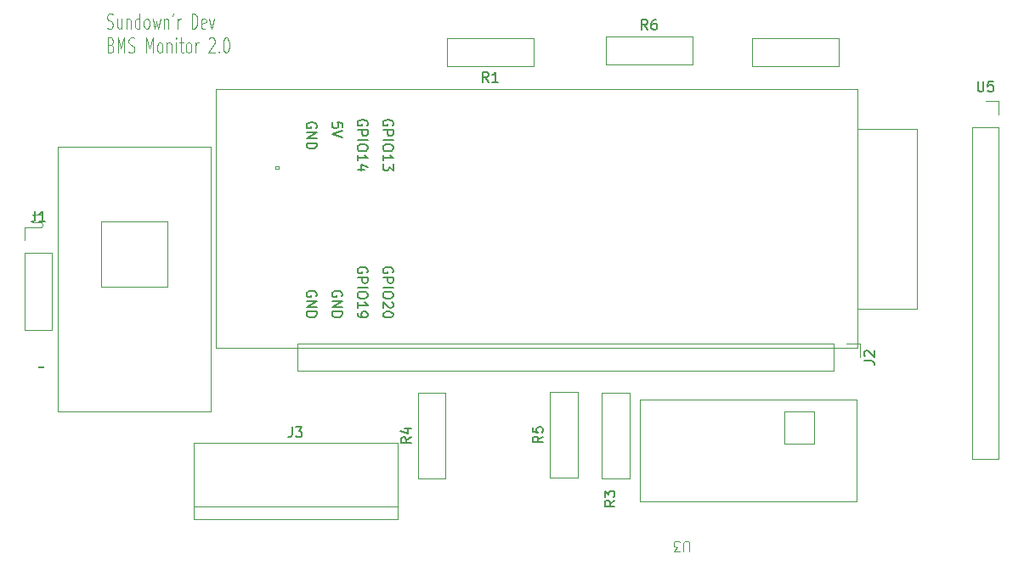
<source format=gbr>
%TF.GenerationSoftware,KiCad,Pcbnew,8.0.5-8.0.5-0~ubuntu24.04.1*%
%TF.CreationDate,2024-10-19T16:32:38+02:00*%
%TF.ProjectId,BmsMonitor,426d734d-6f6e-4697-946f-722e6b696361,rev?*%
%TF.SameCoordinates,Original*%
%TF.FileFunction,Legend,Top*%
%TF.FilePolarity,Positive*%
%FSLAX46Y46*%
G04 Gerber Fmt 4.6, Leading zero omitted, Abs format (unit mm)*
G04 Created by KiCad (PCBNEW 8.0.5-8.0.5-0~ubuntu24.04.1) date 2024-10-19 16:32:38*
%MOMM*%
%LPD*%
G01*
G04 APERTURE LIST*
%ADD10C,0.100000*%
%ADD11C,0.150000*%
%ADD12C,0.120000*%
G04 APERTURE END LIST*
D10*
X106682265Y-66158884D02*
X106825122Y-66230312D01*
X106825122Y-66230312D02*
X107063217Y-66230312D01*
X107063217Y-66230312D02*
X107158455Y-66158884D01*
X107158455Y-66158884D02*
X107206074Y-66087455D01*
X107206074Y-66087455D02*
X107253693Y-65944598D01*
X107253693Y-65944598D02*
X107253693Y-65801741D01*
X107253693Y-65801741D02*
X107206074Y-65658884D01*
X107206074Y-65658884D02*
X107158455Y-65587455D01*
X107158455Y-65587455D02*
X107063217Y-65516026D01*
X107063217Y-65516026D02*
X106872741Y-65444598D01*
X106872741Y-65444598D02*
X106777503Y-65373169D01*
X106777503Y-65373169D02*
X106729884Y-65301741D01*
X106729884Y-65301741D02*
X106682265Y-65158884D01*
X106682265Y-65158884D02*
X106682265Y-65016026D01*
X106682265Y-65016026D02*
X106729884Y-64873169D01*
X106729884Y-64873169D02*
X106777503Y-64801741D01*
X106777503Y-64801741D02*
X106872741Y-64730312D01*
X106872741Y-64730312D02*
X107110836Y-64730312D01*
X107110836Y-64730312D02*
X107253693Y-64801741D01*
X108110836Y-65230312D02*
X108110836Y-66230312D01*
X107682265Y-65230312D02*
X107682265Y-66016026D01*
X107682265Y-66016026D02*
X107729884Y-66158884D01*
X107729884Y-66158884D02*
X107825122Y-66230312D01*
X107825122Y-66230312D02*
X107967979Y-66230312D01*
X107967979Y-66230312D02*
X108063217Y-66158884D01*
X108063217Y-66158884D02*
X108110836Y-66087455D01*
X108587027Y-65230312D02*
X108587027Y-66230312D01*
X108587027Y-65373169D02*
X108634646Y-65301741D01*
X108634646Y-65301741D02*
X108729884Y-65230312D01*
X108729884Y-65230312D02*
X108872741Y-65230312D01*
X108872741Y-65230312D02*
X108967979Y-65301741D01*
X108967979Y-65301741D02*
X109015598Y-65444598D01*
X109015598Y-65444598D02*
X109015598Y-66230312D01*
X109920360Y-66230312D02*
X109920360Y-64730312D01*
X109920360Y-66158884D02*
X109825122Y-66230312D01*
X109825122Y-66230312D02*
X109634646Y-66230312D01*
X109634646Y-66230312D02*
X109539408Y-66158884D01*
X109539408Y-66158884D02*
X109491789Y-66087455D01*
X109491789Y-66087455D02*
X109444170Y-65944598D01*
X109444170Y-65944598D02*
X109444170Y-65516026D01*
X109444170Y-65516026D02*
X109491789Y-65373169D01*
X109491789Y-65373169D02*
X109539408Y-65301741D01*
X109539408Y-65301741D02*
X109634646Y-65230312D01*
X109634646Y-65230312D02*
X109825122Y-65230312D01*
X109825122Y-65230312D02*
X109920360Y-65301741D01*
X110539408Y-66230312D02*
X110444170Y-66158884D01*
X110444170Y-66158884D02*
X110396551Y-66087455D01*
X110396551Y-66087455D02*
X110348932Y-65944598D01*
X110348932Y-65944598D02*
X110348932Y-65516026D01*
X110348932Y-65516026D02*
X110396551Y-65373169D01*
X110396551Y-65373169D02*
X110444170Y-65301741D01*
X110444170Y-65301741D02*
X110539408Y-65230312D01*
X110539408Y-65230312D02*
X110682265Y-65230312D01*
X110682265Y-65230312D02*
X110777503Y-65301741D01*
X110777503Y-65301741D02*
X110825122Y-65373169D01*
X110825122Y-65373169D02*
X110872741Y-65516026D01*
X110872741Y-65516026D02*
X110872741Y-65944598D01*
X110872741Y-65944598D02*
X110825122Y-66087455D01*
X110825122Y-66087455D02*
X110777503Y-66158884D01*
X110777503Y-66158884D02*
X110682265Y-66230312D01*
X110682265Y-66230312D02*
X110539408Y-66230312D01*
X111206075Y-65230312D02*
X111396551Y-66230312D01*
X111396551Y-66230312D02*
X111587027Y-65516026D01*
X111587027Y-65516026D02*
X111777503Y-66230312D01*
X111777503Y-66230312D02*
X111967979Y-65230312D01*
X112348932Y-65230312D02*
X112348932Y-66230312D01*
X112348932Y-65373169D02*
X112396551Y-65301741D01*
X112396551Y-65301741D02*
X112491789Y-65230312D01*
X112491789Y-65230312D02*
X112634646Y-65230312D01*
X112634646Y-65230312D02*
X112729884Y-65301741D01*
X112729884Y-65301741D02*
X112777503Y-65444598D01*
X112777503Y-65444598D02*
X112777503Y-66230312D01*
X113301313Y-64730312D02*
X113206075Y-65016026D01*
X113729884Y-66230312D02*
X113729884Y-65230312D01*
X113729884Y-65516026D02*
X113777503Y-65373169D01*
X113777503Y-65373169D02*
X113825122Y-65301741D01*
X113825122Y-65301741D02*
X113920360Y-65230312D01*
X113920360Y-65230312D02*
X114015598Y-65230312D01*
X115110837Y-66230312D02*
X115110837Y-64730312D01*
X115110837Y-64730312D02*
X115348932Y-64730312D01*
X115348932Y-64730312D02*
X115491789Y-64801741D01*
X115491789Y-64801741D02*
X115587027Y-64944598D01*
X115587027Y-64944598D02*
X115634646Y-65087455D01*
X115634646Y-65087455D02*
X115682265Y-65373169D01*
X115682265Y-65373169D02*
X115682265Y-65587455D01*
X115682265Y-65587455D02*
X115634646Y-65873169D01*
X115634646Y-65873169D02*
X115587027Y-66016026D01*
X115587027Y-66016026D02*
X115491789Y-66158884D01*
X115491789Y-66158884D02*
X115348932Y-66230312D01*
X115348932Y-66230312D02*
X115110837Y-66230312D01*
X116491789Y-66158884D02*
X116396551Y-66230312D01*
X116396551Y-66230312D02*
X116206075Y-66230312D01*
X116206075Y-66230312D02*
X116110837Y-66158884D01*
X116110837Y-66158884D02*
X116063218Y-66016026D01*
X116063218Y-66016026D02*
X116063218Y-65444598D01*
X116063218Y-65444598D02*
X116110837Y-65301741D01*
X116110837Y-65301741D02*
X116206075Y-65230312D01*
X116206075Y-65230312D02*
X116396551Y-65230312D01*
X116396551Y-65230312D02*
X116491789Y-65301741D01*
X116491789Y-65301741D02*
X116539408Y-65444598D01*
X116539408Y-65444598D02*
X116539408Y-65587455D01*
X116539408Y-65587455D02*
X116063218Y-65730312D01*
X116872742Y-65230312D02*
X117110837Y-66230312D01*
X117110837Y-66230312D02*
X117348932Y-65230312D01*
X107063217Y-67859514D02*
X107206074Y-67930942D01*
X107206074Y-67930942D02*
X107253693Y-68002371D01*
X107253693Y-68002371D02*
X107301312Y-68145228D01*
X107301312Y-68145228D02*
X107301312Y-68359514D01*
X107301312Y-68359514D02*
X107253693Y-68502371D01*
X107253693Y-68502371D02*
X107206074Y-68573800D01*
X107206074Y-68573800D02*
X107110836Y-68645228D01*
X107110836Y-68645228D02*
X106729884Y-68645228D01*
X106729884Y-68645228D02*
X106729884Y-67145228D01*
X106729884Y-67145228D02*
X107063217Y-67145228D01*
X107063217Y-67145228D02*
X107158455Y-67216657D01*
X107158455Y-67216657D02*
X107206074Y-67288085D01*
X107206074Y-67288085D02*
X107253693Y-67430942D01*
X107253693Y-67430942D02*
X107253693Y-67573800D01*
X107253693Y-67573800D02*
X107206074Y-67716657D01*
X107206074Y-67716657D02*
X107158455Y-67788085D01*
X107158455Y-67788085D02*
X107063217Y-67859514D01*
X107063217Y-67859514D02*
X106729884Y-67859514D01*
X107729884Y-68645228D02*
X107729884Y-67145228D01*
X107729884Y-67145228D02*
X108063217Y-68216657D01*
X108063217Y-68216657D02*
X108396550Y-67145228D01*
X108396550Y-67145228D02*
X108396550Y-68645228D01*
X108825122Y-68573800D02*
X108967979Y-68645228D01*
X108967979Y-68645228D02*
X109206074Y-68645228D01*
X109206074Y-68645228D02*
X109301312Y-68573800D01*
X109301312Y-68573800D02*
X109348931Y-68502371D01*
X109348931Y-68502371D02*
X109396550Y-68359514D01*
X109396550Y-68359514D02*
X109396550Y-68216657D01*
X109396550Y-68216657D02*
X109348931Y-68073800D01*
X109348931Y-68073800D02*
X109301312Y-68002371D01*
X109301312Y-68002371D02*
X109206074Y-67930942D01*
X109206074Y-67930942D02*
X109015598Y-67859514D01*
X109015598Y-67859514D02*
X108920360Y-67788085D01*
X108920360Y-67788085D02*
X108872741Y-67716657D01*
X108872741Y-67716657D02*
X108825122Y-67573800D01*
X108825122Y-67573800D02*
X108825122Y-67430942D01*
X108825122Y-67430942D02*
X108872741Y-67288085D01*
X108872741Y-67288085D02*
X108920360Y-67216657D01*
X108920360Y-67216657D02*
X109015598Y-67145228D01*
X109015598Y-67145228D02*
X109253693Y-67145228D01*
X109253693Y-67145228D02*
X109396550Y-67216657D01*
X110587027Y-68645228D02*
X110587027Y-67145228D01*
X110587027Y-67145228D02*
X110920360Y-68216657D01*
X110920360Y-68216657D02*
X111253693Y-67145228D01*
X111253693Y-67145228D02*
X111253693Y-68645228D01*
X111872741Y-68645228D02*
X111777503Y-68573800D01*
X111777503Y-68573800D02*
X111729884Y-68502371D01*
X111729884Y-68502371D02*
X111682265Y-68359514D01*
X111682265Y-68359514D02*
X111682265Y-67930942D01*
X111682265Y-67930942D02*
X111729884Y-67788085D01*
X111729884Y-67788085D02*
X111777503Y-67716657D01*
X111777503Y-67716657D02*
X111872741Y-67645228D01*
X111872741Y-67645228D02*
X112015598Y-67645228D01*
X112015598Y-67645228D02*
X112110836Y-67716657D01*
X112110836Y-67716657D02*
X112158455Y-67788085D01*
X112158455Y-67788085D02*
X112206074Y-67930942D01*
X112206074Y-67930942D02*
X112206074Y-68359514D01*
X112206074Y-68359514D02*
X112158455Y-68502371D01*
X112158455Y-68502371D02*
X112110836Y-68573800D01*
X112110836Y-68573800D02*
X112015598Y-68645228D01*
X112015598Y-68645228D02*
X111872741Y-68645228D01*
X112634646Y-67645228D02*
X112634646Y-68645228D01*
X112634646Y-67788085D02*
X112682265Y-67716657D01*
X112682265Y-67716657D02*
X112777503Y-67645228D01*
X112777503Y-67645228D02*
X112920360Y-67645228D01*
X112920360Y-67645228D02*
X113015598Y-67716657D01*
X113015598Y-67716657D02*
X113063217Y-67859514D01*
X113063217Y-67859514D02*
X113063217Y-68645228D01*
X113539408Y-68645228D02*
X113539408Y-67645228D01*
X113539408Y-67145228D02*
X113491789Y-67216657D01*
X113491789Y-67216657D02*
X113539408Y-67288085D01*
X113539408Y-67288085D02*
X113587027Y-67216657D01*
X113587027Y-67216657D02*
X113539408Y-67145228D01*
X113539408Y-67145228D02*
X113539408Y-67288085D01*
X113872741Y-67645228D02*
X114253693Y-67645228D01*
X114015598Y-67145228D02*
X114015598Y-68430942D01*
X114015598Y-68430942D02*
X114063217Y-68573800D01*
X114063217Y-68573800D02*
X114158455Y-68645228D01*
X114158455Y-68645228D02*
X114253693Y-68645228D01*
X114729884Y-68645228D02*
X114634646Y-68573800D01*
X114634646Y-68573800D02*
X114587027Y-68502371D01*
X114587027Y-68502371D02*
X114539408Y-68359514D01*
X114539408Y-68359514D02*
X114539408Y-67930942D01*
X114539408Y-67930942D02*
X114587027Y-67788085D01*
X114587027Y-67788085D02*
X114634646Y-67716657D01*
X114634646Y-67716657D02*
X114729884Y-67645228D01*
X114729884Y-67645228D02*
X114872741Y-67645228D01*
X114872741Y-67645228D02*
X114967979Y-67716657D01*
X114967979Y-67716657D02*
X115015598Y-67788085D01*
X115015598Y-67788085D02*
X115063217Y-67930942D01*
X115063217Y-67930942D02*
X115063217Y-68359514D01*
X115063217Y-68359514D02*
X115015598Y-68502371D01*
X115015598Y-68502371D02*
X114967979Y-68573800D01*
X114967979Y-68573800D02*
X114872741Y-68645228D01*
X114872741Y-68645228D02*
X114729884Y-68645228D01*
X115491789Y-68645228D02*
X115491789Y-67645228D01*
X115491789Y-67930942D02*
X115539408Y-67788085D01*
X115539408Y-67788085D02*
X115587027Y-67716657D01*
X115587027Y-67716657D02*
X115682265Y-67645228D01*
X115682265Y-67645228D02*
X115777503Y-67645228D01*
X116825123Y-67288085D02*
X116872742Y-67216657D01*
X116872742Y-67216657D02*
X116967980Y-67145228D01*
X116967980Y-67145228D02*
X117206075Y-67145228D01*
X117206075Y-67145228D02*
X117301313Y-67216657D01*
X117301313Y-67216657D02*
X117348932Y-67288085D01*
X117348932Y-67288085D02*
X117396551Y-67430942D01*
X117396551Y-67430942D02*
X117396551Y-67573800D01*
X117396551Y-67573800D02*
X117348932Y-67788085D01*
X117348932Y-67788085D02*
X116777504Y-68645228D01*
X116777504Y-68645228D02*
X117396551Y-68645228D01*
X117825123Y-68502371D02*
X117872742Y-68573800D01*
X117872742Y-68573800D02*
X117825123Y-68645228D01*
X117825123Y-68645228D02*
X117777504Y-68573800D01*
X117777504Y-68573800D02*
X117825123Y-68502371D01*
X117825123Y-68502371D02*
X117825123Y-68645228D01*
X118491789Y-67145228D02*
X118587027Y-67145228D01*
X118587027Y-67145228D02*
X118682265Y-67216657D01*
X118682265Y-67216657D02*
X118729884Y-67288085D01*
X118729884Y-67288085D02*
X118777503Y-67430942D01*
X118777503Y-67430942D02*
X118825122Y-67716657D01*
X118825122Y-67716657D02*
X118825122Y-68073800D01*
X118825122Y-68073800D02*
X118777503Y-68359514D01*
X118777503Y-68359514D02*
X118729884Y-68502371D01*
X118729884Y-68502371D02*
X118682265Y-68573800D01*
X118682265Y-68573800D02*
X118587027Y-68645228D01*
X118587027Y-68645228D02*
X118491789Y-68645228D01*
X118491789Y-68645228D02*
X118396551Y-68573800D01*
X118396551Y-68573800D02*
X118348932Y-68502371D01*
X118348932Y-68502371D02*
X118301313Y-68359514D01*
X118301313Y-68359514D02*
X118253694Y-68073800D01*
X118253694Y-68073800D02*
X118253694Y-67716657D01*
X118253694Y-67716657D02*
X118301313Y-67430942D01*
X118301313Y-67430942D02*
X118348932Y-67288085D01*
X118348932Y-67288085D02*
X118396551Y-67216657D01*
X118396551Y-67216657D02*
X118491789Y-67145228D01*
D11*
X99488666Y-84500819D02*
X99488666Y-85215104D01*
X99488666Y-85215104D02*
X99441047Y-85357961D01*
X99441047Y-85357961D02*
X99345809Y-85453200D01*
X99345809Y-85453200D02*
X99202952Y-85500819D01*
X99202952Y-85500819D02*
X99107714Y-85500819D01*
X100488666Y-85500819D02*
X99917238Y-85500819D01*
X100202952Y-85500819D02*
X100202952Y-84500819D01*
X100202952Y-84500819D02*
X100107714Y-84643676D01*
X100107714Y-84643676D02*
X100012476Y-84738914D01*
X100012476Y-84738914D02*
X99917238Y-84786533D01*
D10*
X99205219Y-86094104D02*
X100014742Y-86094104D01*
X100014742Y-86094104D02*
X100109980Y-86046485D01*
X100109980Y-86046485D02*
X100157600Y-85998866D01*
X100157600Y-85998866D02*
X100205219Y-85903628D01*
X100205219Y-85903628D02*
X100205219Y-85713152D01*
X100205219Y-85713152D02*
X100157600Y-85617914D01*
X100157600Y-85617914D02*
X100109980Y-85570295D01*
X100109980Y-85570295D02*
X100014742Y-85522676D01*
X100014742Y-85522676D02*
X99205219Y-85522676D01*
X100205219Y-84522676D02*
X100205219Y-85094104D01*
X100205219Y-84808390D02*
X99205219Y-84808390D01*
X99205219Y-84808390D02*
X99348076Y-84903628D01*
X99348076Y-84903628D02*
X99443314Y-84998866D01*
X99443314Y-84998866D02*
X99490933Y-85094104D01*
D11*
X193421095Y-71504819D02*
X193421095Y-72314342D01*
X193421095Y-72314342D02*
X193468714Y-72409580D01*
X193468714Y-72409580D02*
X193516333Y-72457200D01*
X193516333Y-72457200D02*
X193611571Y-72504819D01*
X193611571Y-72504819D02*
X193802047Y-72504819D01*
X193802047Y-72504819D02*
X193897285Y-72457200D01*
X193897285Y-72457200D02*
X193944904Y-72409580D01*
X193944904Y-72409580D02*
X193992523Y-72314342D01*
X193992523Y-72314342D02*
X193992523Y-71504819D01*
X194944904Y-71504819D02*
X194468714Y-71504819D01*
X194468714Y-71504819D02*
X194421095Y-71981009D01*
X194421095Y-71981009D02*
X194468714Y-71933390D01*
X194468714Y-71933390D02*
X194563952Y-71885771D01*
X194563952Y-71885771D02*
X194802047Y-71885771D01*
X194802047Y-71885771D02*
X194897285Y-71933390D01*
X194897285Y-71933390D02*
X194944904Y-71981009D01*
X194944904Y-71981009D02*
X194992523Y-72076247D01*
X194992523Y-72076247D02*
X194992523Y-72314342D01*
X194992523Y-72314342D02*
X194944904Y-72409580D01*
X194944904Y-72409580D02*
X194897285Y-72457200D01*
X194897285Y-72457200D02*
X194802047Y-72504819D01*
X194802047Y-72504819D02*
X194563952Y-72504819D01*
X194563952Y-72504819D02*
X194468714Y-72457200D01*
X194468714Y-72457200D02*
X194421095Y-72409580D01*
X160513733Y-66337019D02*
X160180400Y-65860828D01*
X159942305Y-66337019D02*
X159942305Y-65337019D01*
X159942305Y-65337019D02*
X160323257Y-65337019D01*
X160323257Y-65337019D02*
X160418495Y-65384638D01*
X160418495Y-65384638D02*
X160466114Y-65432257D01*
X160466114Y-65432257D02*
X160513733Y-65527495D01*
X160513733Y-65527495D02*
X160513733Y-65670352D01*
X160513733Y-65670352D02*
X160466114Y-65765590D01*
X160466114Y-65765590D02*
X160418495Y-65813209D01*
X160418495Y-65813209D02*
X160323257Y-65860828D01*
X160323257Y-65860828D02*
X159942305Y-65860828D01*
X161370876Y-65337019D02*
X161180400Y-65337019D01*
X161180400Y-65337019D02*
X161085162Y-65384638D01*
X161085162Y-65384638D02*
X161037543Y-65432257D01*
X161037543Y-65432257D02*
X160942305Y-65575114D01*
X160942305Y-65575114D02*
X160894686Y-65765590D01*
X160894686Y-65765590D02*
X160894686Y-66146542D01*
X160894686Y-66146542D02*
X160942305Y-66241780D01*
X160942305Y-66241780D02*
X160989924Y-66289400D01*
X160989924Y-66289400D02*
X161085162Y-66337019D01*
X161085162Y-66337019D02*
X161275638Y-66337019D01*
X161275638Y-66337019D02*
X161370876Y-66289400D01*
X161370876Y-66289400D02*
X161418495Y-66241780D01*
X161418495Y-66241780D02*
X161466114Y-66146542D01*
X161466114Y-66146542D02*
X161466114Y-65908447D01*
X161466114Y-65908447D02*
X161418495Y-65813209D01*
X161418495Y-65813209D02*
X161370876Y-65765590D01*
X161370876Y-65765590D02*
X161275638Y-65717971D01*
X161275638Y-65717971D02*
X161085162Y-65717971D01*
X161085162Y-65717971D02*
X160989924Y-65765590D01*
X160989924Y-65765590D02*
X160942305Y-65813209D01*
X160942305Y-65813209D02*
X160894686Y-65908447D01*
X157249019Y-113323666D02*
X156772828Y-113656999D01*
X157249019Y-113895094D02*
X156249019Y-113895094D01*
X156249019Y-113895094D02*
X156249019Y-113514142D01*
X156249019Y-113514142D02*
X156296638Y-113418904D01*
X156296638Y-113418904D02*
X156344257Y-113371285D01*
X156344257Y-113371285D02*
X156439495Y-113323666D01*
X156439495Y-113323666D02*
X156582352Y-113323666D01*
X156582352Y-113323666D02*
X156677590Y-113371285D01*
X156677590Y-113371285D02*
X156725209Y-113418904D01*
X156725209Y-113418904D02*
X156772828Y-113514142D01*
X156772828Y-113514142D02*
X156772828Y-113895094D01*
X156249019Y-112990332D02*
X156249019Y-112371285D01*
X156249019Y-112371285D02*
X156629971Y-112704618D01*
X156629971Y-112704618D02*
X156629971Y-112561761D01*
X156629971Y-112561761D02*
X156677590Y-112466523D01*
X156677590Y-112466523D02*
X156725209Y-112418904D01*
X156725209Y-112418904D02*
X156820447Y-112371285D01*
X156820447Y-112371285D02*
X157058542Y-112371285D01*
X157058542Y-112371285D02*
X157153780Y-112418904D01*
X157153780Y-112418904D02*
X157201400Y-112466523D01*
X157201400Y-112466523D02*
X157249019Y-112561761D01*
X157249019Y-112561761D02*
X157249019Y-112847475D01*
X157249019Y-112847475D02*
X157201400Y-112942713D01*
X157201400Y-112942713D02*
X157153780Y-112990332D01*
X182099419Y-99367933D02*
X182813704Y-99367933D01*
X182813704Y-99367933D02*
X182956561Y-99415552D01*
X182956561Y-99415552D02*
X183051800Y-99510790D01*
X183051800Y-99510790D02*
X183099419Y-99653647D01*
X183099419Y-99653647D02*
X183099419Y-99748885D01*
X182194657Y-98939361D02*
X182147038Y-98891742D01*
X182147038Y-98891742D02*
X182099419Y-98796504D01*
X182099419Y-98796504D02*
X182099419Y-98558409D01*
X182099419Y-98558409D02*
X182147038Y-98463171D01*
X182147038Y-98463171D02*
X182194657Y-98415552D01*
X182194657Y-98415552D02*
X182289895Y-98367933D01*
X182289895Y-98367933D02*
X182385133Y-98367933D01*
X182385133Y-98367933D02*
X182527990Y-98415552D01*
X182527990Y-98415552D02*
X183099419Y-98986980D01*
X183099419Y-98986980D02*
X183099419Y-98367933D01*
X125097266Y-106008419D02*
X125097266Y-106722704D01*
X125097266Y-106722704D02*
X125049647Y-106865561D01*
X125049647Y-106865561D02*
X124954409Y-106960800D01*
X124954409Y-106960800D02*
X124811552Y-107008419D01*
X124811552Y-107008419D02*
X124716314Y-107008419D01*
X125478219Y-106008419D02*
X126097266Y-106008419D01*
X126097266Y-106008419D02*
X125763933Y-106389371D01*
X125763933Y-106389371D02*
X125906790Y-106389371D01*
X125906790Y-106389371D02*
X126002028Y-106436990D01*
X126002028Y-106436990D02*
X126049647Y-106484609D01*
X126049647Y-106484609D02*
X126097266Y-106579847D01*
X126097266Y-106579847D02*
X126097266Y-106817942D01*
X126097266Y-106817942D02*
X126049647Y-106913180D01*
X126049647Y-106913180D02*
X126002028Y-106960800D01*
X126002028Y-106960800D02*
X125906790Y-107008419D01*
X125906790Y-107008419D02*
X125621076Y-107008419D01*
X125621076Y-107008419D02*
X125525838Y-106960800D01*
X125525838Y-106960800D02*
X125478219Y-106913180D01*
X135117561Y-75892188D02*
X135165180Y-75796950D01*
X135165180Y-75796950D02*
X135165180Y-75654093D01*
X135165180Y-75654093D02*
X135117561Y-75511236D01*
X135117561Y-75511236D02*
X135022323Y-75415998D01*
X135022323Y-75415998D02*
X134927085Y-75368379D01*
X134927085Y-75368379D02*
X134736609Y-75320760D01*
X134736609Y-75320760D02*
X134593752Y-75320760D01*
X134593752Y-75320760D02*
X134403276Y-75368379D01*
X134403276Y-75368379D02*
X134308038Y-75415998D01*
X134308038Y-75415998D02*
X134212800Y-75511236D01*
X134212800Y-75511236D02*
X134165180Y-75654093D01*
X134165180Y-75654093D02*
X134165180Y-75749331D01*
X134165180Y-75749331D02*
X134212800Y-75892188D01*
X134212800Y-75892188D02*
X134260419Y-75939807D01*
X134260419Y-75939807D02*
X134593752Y-75939807D01*
X134593752Y-75939807D02*
X134593752Y-75749331D01*
X134165180Y-76368379D02*
X135165180Y-76368379D01*
X135165180Y-76368379D02*
X135165180Y-76749331D01*
X135165180Y-76749331D02*
X135117561Y-76844569D01*
X135117561Y-76844569D02*
X135069942Y-76892188D01*
X135069942Y-76892188D02*
X134974704Y-76939807D01*
X134974704Y-76939807D02*
X134831847Y-76939807D01*
X134831847Y-76939807D02*
X134736609Y-76892188D01*
X134736609Y-76892188D02*
X134688990Y-76844569D01*
X134688990Y-76844569D02*
X134641371Y-76749331D01*
X134641371Y-76749331D02*
X134641371Y-76368379D01*
X134165180Y-77368379D02*
X135165180Y-77368379D01*
X135165180Y-78035045D02*
X135165180Y-78225521D01*
X135165180Y-78225521D02*
X135117561Y-78320759D01*
X135117561Y-78320759D02*
X135022323Y-78415997D01*
X135022323Y-78415997D02*
X134831847Y-78463616D01*
X134831847Y-78463616D02*
X134498514Y-78463616D01*
X134498514Y-78463616D02*
X134308038Y-78415997D01*
X134308038Y-78415997D02*
X134212800Y-78320759D01*
X134212800Y-78320759D02*
X134165180Y-78225521D01*
X134165180Y-78225521D02*
X134165180Y-78035045D01*
X134165180Y-78035045D02*
X134212800Y-77939807D01*
X134212800Y-77939807D02*
X134308038Y-77844569D01*
X134308038Y-77844569D02*
X134498514Y-77796950D01*
X134498514Y-77796950D02*
X134831847Y-77796950D01*
X134831847Y-77796950D02*
X135022323Y-77844569D01*
X135022323Y-77844569D02*
X135117561Y-77939807D01*
X135117561Y-77939807D02*
X135165180Y-78035045D01*
X134165180Y-79415997D02*
X134165180Y-78844569D01*
X134165180Y-79130283D02*
X135165180Y-79130283D01*
X135165180Y-79130283D02*
X135022323Y-79035045D01*
X135022323Y-79035045D02*
X134927085Y-78939807D01*
X134927085Y-78939807D02*
X134879466Y-78844569D01*
X135165180Y-79749331D02*
X135165180Y-80368378D01*
X135165180Y-80368378D02*
X134784228Y-80035045D01*
X134784228Y-80035045D02*
X134784228Y-80177902D01*
X134784228Y-80177902D02*
X134736609Y-80273140D01*
X134736609Y-80273140D02*
X134688990Y-80320759D01*
X134688990Y-80320759D02*
X134593752Y-80368378D01*
X134593752Y-80368378D02*
X134355657Y-80368378D01*
X134355657Y-80368378D02*
X134260419Y-80320759D01*
X134260419Y-80320759D02*
X134212800Y-80273140D01*
X134212800Y-80273140D02*
X134165180Y-80177902D01*
X134165180Y-80177902D02*
X134165180Y-79892188D01*
X134165180Y-79892188D02*
X134212800Y-79796950D01*
X134212800Y-79796950D02*
X134260419Y-79749331D01*
X135117561Y-90586249D02*
X135165180Y-90491011D01*
X135165180Y-90491011D02*
X135165180Y-90348154D01*
X135165180Y-90348154D02*
X135117561Y-90205297D01*
X135117561Y-90205297D02*
X135022323Y-90110059D01*
X135022323Y-90110059D02*
X134927085Y-90062440D01*
X134927085Y-90062440D02*
X134736609Y-90014821D01*
X134736609Y-90014821D02*
X134593752Y-90014821D01*
X134593752Y-90014821D02*
X134403276Y-90062440D01*
X134403276Y-90062440D02*
X134308038Y-90110059D01*
X134308038Y-90110059D02*
X134212800Y-90205297D01*
X134212800Y-90205297D02*
X134165180Y-90348154D01*
X134165180Y-90348154D02*
X134165180Y-90443392D01*
X134165180Y-90443392D02*
X134212800Y-90586249D01*
X134212800Y-90586249D02*
X134260419Y-90633868D01*
X134260419Y-90633868D02*
X134593752Y-90633868D01*
X134593752Y-90633868D02*
X134593752Y-90443392D01*
X134165180Y-91062440D02*
X135165180Y-91062440D01*
X135165180Y-91062440D02*
X135165180Y-91443392D01*
X135165180Y-91443392D02*
X135117561Y-91538630D01*
X135117561Y-91538630D02*
X135069942Y-91586249D01*
X135069942Y-91586249D02*
X134974704Y-91633868D01*
X134974704Y-91633868D02*
X134831847Y-91633868D01*
X134831847Y-91633868D02*
X134736609Y-91586249D01*
X134736609Y-91586249D02*
X134688990Y-91538630D01*
X134688990Y-91538630D02*
X134641371Y-91443392D01*
X134641371Y-91443392D02*
X134641371Y-91062440D01*
X134165180Y-92062440D02*
X135165180Y-92062440D01*
X135165180Y-92729106D02*
X135165180Y-92919582D01*
X135165180Y-92919582D02*
X135117561Y-93014820D01*
X135117561Y-93014820D02*
X135022323Y-93110058D01*
X135022323Y-93110058D02*
X134831847Y-93157677D01*
X134831847Y-93157677D02*
X134498514Y-93157677D01*
X134498514Y-93157677D02*
X134308038Y-93110058D01*
X134308038Y-93110058D02*
X134212800Y-93014820D01*
X134212800Y-93014820D02*
X134165180Y-92919582D01*
X134165180Y-92919582D02*
X134165180Y-92729106D01*
X134165180Y-92729106D02*
X134212800Y-92633868D01*
X134212800Y-92633868D02*
X134308038Y-92538630D01*
X134308038Y-92538630D02*
X134498514Y-92491011D01*
X134498514Y-92491011D02*
X134831847Y-92491011D01*
X134831847Y-92491011D02*
X135022323Y-92538630D01*
X135022323Y-92538630D02*
X135117561Y-92633868D01*
X135117561Y-92633868D02*
X135165180Y-92729106D01*
X135069942Y-93538630D02*
X135117561Y-93586249D01*
X135117561Y-93586249D02*
X135165180Y-93681487D01*
X135165180Y-93681487D02*
X135165180Y-93919582D01*
X135165180Y-93919582D02*
X135117561Y-94014820D01*
X135117561Y-94014820D02*
X135069942Y-94062439D01*
X135069942Y-94062439D02*
X134974704Y-94110058D01*
X134974704Y-94110058D02*
X134879466Y-94110058D01*
X134879466Y-94110058D02*
X134736609Y-94062439D01*
X134736609Y-94062439D02*
X134165180Y-93491011D01*
X134165180Y-93491011D02*
X134165180Y-94110058D01*
X135165180Y-94729106D02*
X135165180Y-94824344D01*
X135165180Y-94824344D02*
X135117561Y-94919582D01*
X135117561Y-94919582D02*
X135069942Y-94967201D01*
X135069942Y-94967201D02*
X134974704Y-95014820D01*
X134974704Y-95014820D02*
X134784228Y-95062439D01*
X134784228Y-95062439D02*
X134546133Y-95062439D01*
X134546133Y-95062439D02*
X134355657Y-95014820D01*
X134355657Y-95014820D02*
X134260419Y-94967201D01*
X134260419Y-94967201D02*
X134212800Y-94919582D01*
X134212800Y-94919582D02*
X134165180Y-94824344D01*
X134165180Y-94824344D02*
X134165180Y-94729106D01*
X134165180Y-94729106D02*
X134212800Y-94633868D01*
X134212800Y-94633868D02*
X134260419Y-94586249D01*
X134260419Y-94586249D02*
X134355657Y-94538630D01*
X134355657Y-94538630D02*
X134546133Y-94491011D01*
X134546133Y-94491011D02*
X134784228Y-94491011D01*
X134784228Y-94491011D02*
X134974704Y-94538630D01*
X134974704Y-94538630D02*
X135069942Y-94586249D01*
X135069942Y-94586249D02*
X135117561Y-94633868D01*
X135117561Y-94633868D02*
X135165180Y-94729106D01*
X130087900Y-76094889D02*
X130087900Y-75618699D01*
X130087900Y-75618699D02*
X129611710Y-75571080D01*
X129611710Y-75571080D02*
X129659329Y-75618699D01*
X129659329Y-75618699D02*
X129706948Y-75713937D01*
X129706948Y-75713937D02*
X129706948Y-75952032D01*
X129706948Y-75952032D02*
X129659329Y-76047270D01*
X129659329Y-76047270D02*
X129611710Y-76094889D01*
X129611710Y-76094889D02*
X129516472Y-76142508D01*
X129516472Y-76142508D02*
X129278377Y-76142508D01*
X129278377Y-76142508D02*
X129183139Y-76094889D01*
X129183139Y-76094889D02*
X129135520Y-76047270D01*
X129135520Y-76047270D02*
X129087900Y-75952032D01*
X129087900Y-75952032D02*
X129087900Y-75713937D01*
X129087900Y-75713937D02*
X129135520Y-75618699D01*
X129135520Y-75618699D02*
X129183139Y-75571080D01*
X130087900Y-76428223D02*
X129087900Y-76761556D01*
X129087900Y-76761556D02*
X130087900Y-77094889D01*
X127497561Y-92967201D02*
X127545180Y-92871963D01*
X127545180Y-92871963D02*
X127545180Y-92729106D01*
X127545180Y-92729106D02*
X127497561Y-92586249D01*
X127497561Y-92586249D02*
X127402323Y-92491011D01*
X127402323Y-92491011D02*
X127307085Y-92443392D01*
X127307085Y-92443392D02*
X127116609Y-92395773D01*
X127116609Y-92395773D02*
X126973752Y-92395773D01*
X126973752Y-92395773D02*
X126783276Y-92443392D01*
X126783276Y-92443392D02*
X126688038Y-92491011D01*
X126688038Y-92491011D02*
X126592800Y-92586249D01*
X126592800Y-92586249D02*
X126545180Y-92729106D01*
X126545180Y-92729106D02*
X126545180Y-92824344D01*
X126545180Y-92824344D02*
X126592800Y-92967201D01*
X126592800Y-92967201D02*
X126640419Y-93014820D01*
X126640419Y-93014820D02*
X126973752Y-93014820D01*
X126973752Y-93014820D02*
X126973752Y-92824344D01*
X126545180Y-93443392D02*
X127545180Y-93443392D01*
X127545180Y-93443392D02*
X126545180Y-94014820D01*
X126545180Y-94014820D02*
X127545180Y-94014820D01*
X126545180Y-94491011D02*
X127545180Y-94491011D01*
X127545180Y-94491011D02*
X127545180Y-94729106D01*
X127545180Y-94729106D02*
X127497561Y-94871963D01*
X127497561Y-94871963D02*
X127402323Y-94967201D01*
X127402323Y-94967201D02*
X127307085Y-95014820D01*
X127307085Y-95014820D02*
X127116609Y-95062439D01*
X127116609Y-95062439D02*
X126973752Y-95062439D01*
X126973752Y-95062439D02*
X126783276Y-95014820D01*
X126783276Y-95014820D02*
X126688038Y-94967201D01*
X126688038Y-94967201D02*
X126592800Y-94871963D01*
X126592800Y-94871963D02*
X126545180Y-94729106D01*
X126545180Y-94729106D02*
X126545180Y-94491011D01*
X130037561Y-92967201D02*
X130085180Y-92871963D01*
X130085180Y-92871963D02*
X130085180Y-92729106D01*
X130085180Y-92729106D02*
X130037561Y-92586249D01*
X130037561Y-92586249D02*
X129942323Y-92491011D01*
X129942323Y-92491011D02*
X129847085Y-92443392D01*
X129847085Y-92443392D02*
X129656609Y-92395773D01*
X129656609Y-92395773D02*
X129513752Y-92395773D01*
X129513752Y-92395773D02*
X129323276Y-92443392D01*
X129323276Y-92443392D02*
X129228038Y-92491011D01*
X129228038Y-92491011D02*
X129132800Y-92586249D01*
X129132800Y-92586249D02*
X129085180Y-92729106D01*
X129085180Y-92729106D02*
X129085180Y-92824344D01*
X129085180Y-92824344D02*
X129132800Y-92967201D01*
X129132800Y-92967201D02*
X129180419Y-93014820D01*
X129180419Y-93014820D02*
X129513752Y-93014820D01*
X129513752Y-93014820D02*
X129513752Y-92824344D01*
X129085180Y-93443392D02*
X130085180Y-93443392D01*
X130085180Y-93443392D02*
X129085180Y-94014820D01*
X129085180Y-94014820D02*
X130085180Y-94014820D01*
X129085180Y-94491011D02*
X130085180Y-94491011D01*
X130085180Y-94491011D02*
X130085180Y-94729106D01*
X130085180Y-94729106D02*
X130037561Y-94871963D01*
X130037561Y-94871963D02*
X129942323Y-94967201D01*
X129942323Y-94967201D02*
X129847085Y-95014820D01*
X129847085Y-95014820D02*
X129656609Y-95062439D01*
X129656609Y-95062439D02*
X129513752Y-95062439D01*
X129513752Y-95062439D02*
X129323276Y-95014820D01*
X129323276Y-95014820D02*
X129228038Y-94967201D01*
X129228038Y-94967201D02*
X129132800Y-94871963D01*
X129132800Y-94871963D02*
X129085180Y-94729106D01*
X129085180Y-94729106D02*
X129085180Y-94491011D01*
X132577561Y-90586249D02*
X132625180Y-90491011D01*
X132625180Y-90491011D02*
X132625180Y-90348154D01*
X132625180Y-90348154D02*
X132577561Y-90205297D01*
X132577561Y-90205297D02*
X132482323Y-90110059D01*
X132482323Y-90110059D02*
X132387085Y-90062440D01*
X132387085Y-90062440D02*
X132196609Y-90014821D01*
X132196609Y-90014821D02*
X132053752Y-90014821D01*
X132053752Y-90014821D02*
X131863276Y-90062440D01*
X131863276Y-90062440D02*
X131768038Y-90110059D01*
X131768038Y-90110059D02*
X131672800Y-90205297D01*
X131672800Y-90205297D02*
X131625180Y-90348154D01*
X131625180Y-90348154D02*
X131625180Y-90443392D01*
X131625180Y-90443392D02*
X131672800Y-90586249D01*
X131672800Y-90586249D02*
X131720419Y-90633868D01*
X131720419Y-90633868D02*
X132053752Y-90633868D01*
X132053752Y-90633868D02*
X132053752Y-90443392D01*
X131625180Y-91062440D02*
X132625180Y-91062440D01*
X132625180Y-91062440D02*
X132625180Y-91443392D01*
X132625180Y-91443392D02*
X132577561Y-91538630D01*
X132577561Y-91538630D02*
X132529942Y-91586249D01*
X132529942Y-91586249D02*
X132434704Y-91633868D01*
X132434704Y-91633868D02*
X132291847Y-91633868D01*
X132291847Y-91633868D02*
X132196609Y-91586249D01*
X132196609Y-91586249D02*
X132148990Y-91538630D01*
X132148990Y-91538630D02*
X132101371Y-91443392D01*
X132101371Y-91443392D02*
X132101371Y-91062440D01*
X131625180Y-92062440D02*
X132625180Y-92062440D01*
X132625180Y-92729106D02*
X132625180Y-92919582D01*
X132625180Y-92919582D02*
X132577561Y-93014820D01*
X132577561Y-93014820D02*
X132482323Y-93110058D01*
X132482323Y-93110058D02*
X132291847Y-93157677D01*
X132291847Y-93157677D02*
X131958514Y-93157677D01*
X131958514Y-93157677D02*
X131768038Y-93110058D01*
X131768038Y-93110058D02*
X131672800Y-93014820D01*
X131672800Y-93014820D02*
X131625180Y-92919582D01*
X131625180Y-92919582D02*
X131625180Y-92729106D01*
X131625180Y-92729106D02*
X131672800Y-92633868D01*
X131672800Y-92633868D02*
X131768038Y-92538630D01*
X131768038Y-92538630D02*
X131958514Y-92491011D01*
X131958514Y-92491011D02*
X132291847Y-92491011D01*
X132291847Y-92491011D02*
X132482323Y-92538630D01*
X132482323Y-92538630D02*
X132577561Y-92633868D01*
X132577561Y-92633868D02*
X132625180Y-92729106D01*
X131625180Y-94110058D02*
X131625180Y-93538630D01*
X131625180Y-93824344D02*
X132625180Y-93824344D01*
X132625180Y-93824344D02*
X132482323Y-93729106D01*
X132482323Y-93729106D02*
X132387085Y-93633868D01*
X132387085Y-93633868D02*
X132339466Y-93538630D01*
X131625180Y-94586249D02*
X131625180Y-94776725D01*
X131625180Y-94776725D02*
X131672800Y-94871963D01*
X131672800Y-94871963D02*
X131720419Y-94919582D01*
X131720419Y-94919582D02*
X131863276Y-95014820D01*
X131863276Y-95014820D02*
X132053752Y-95062439D01*
X132053752Y-95062439D02*
X132434704Y-95062439D01*
X132434704Y-95062439D02*
X132529942Y-95014820D01*
X132529942Y-95014820D02*
X132577561Y-94967201D01*
X132577561Y-94967201D02*
X132625180Y-94871963D01*
X132625180Y-94871963D02*
X132625180Y-94681487D01*
X132625180Y-94681487D02*
X132577561Y-94586249D01*
X132577561Y-94586249D02*
X132529942Y-94538630D01*
X132529942Y-94538630D02*
X132434704Y-94491011D01*
X132434704Y-94491011D02*
X132196609Y-94491011D01*
X132196609Y-94491011D02*
X132101371Y-94538630D01*
X132101371Y-94538630D02*
X132053752Y-94586249D01*
X132053752Y-94586249D02*
X132006133Y-94681487D01*
X132006133Y-94681487D02*
X132006133Y-94871963D01*
X132006133Y-94871963D02*
X132053752Y-94967201D01*
X132053752Y-94967201D02*
X132101371Y-95014820D01*
X132101371Y-95014820D02*
X132196609Y-95062439D01*
X132577561Y-75892188D02*
X132625180Y-75796950D01*
X132625180Y-75796950D02*
X132625180Y-75654093D01*
X132625180Y-75654093D02*
X132577561Y-75511236D01*
X132577561Y-75511236D02*
X132482323Y-75415998D01*
X132482323Y-75415998D02*
X132387085Y-75368379D01*
X132387085Y-75368379D02*
X132196609Y-75320760D01*
X132196609Y-75320760D02*
X132053752Y-75320760D01*
X132053752Y-75320760D02*
X131863276Y-75368379D01*
X131863276Y-75368379D02*
X131768038Y-75415998D01*
X131768038Y-75415998D02*
X131672800Y-75511236D01*
X131672800Y-75511236D02*
X131625180Y-75654093D01*
X131625180Y-75654093D02*
X131625180Y-75749331D01*
X131625180Y-75749331D02*
X131672800Y-75892188D01*
X131672800Y-75892188D02*
X131720419Y-75939807D01*
X131720419Y-75939807D02*
X132053752Y-75939807D01*
X132053752Y-75939807D02*
X132053752Y-75749331D01*
X131625180Y-76368379D02*
X132625180Y-76368379D01*
X132625180Y-76368379D02*
X132625180Y-76749331D01*
X132625180Y-76749331D02*
X132577561Y-76844569D01*
X132577561Y-76844569D02*
X132529942Y-76892188D01*
X132529942Y-76892188D02*
X132434704Y-76939807D01*
X132434704Y-76939807D02*
X132291847Y-76939807D01*
X132291847Y-76939807D02*
X132196609Y-76892188D01*
X132196609Y-76892188D02*
X132148990Y-76844569D01*
X132148990Y-76844569D02*
X132101371Y-76749331D01*
X132101371Y-76749331D02*
X132101371Y-76368379D01*
X131625180Y-77368379D02*
X132625180Y-77368379D01*
X132625180Y-78035045D02*
X132625180Y-78225521D01*
X132625180Y-78225521D02*
X132577561Y-78320759D01*
X132577561Y-78320759D02*
X132482323Y-78415997D01*
X132482323Y-78415997D02*
X132291847Y-78463616D01*
X132291847Y-78463616D02*
X131958514Y-78463616D01*
X131958514Y-78463616D02*
X131768038Y-78415997D01*
X131768038Y-78415997D02*
X131672800Y-78320759D01*
X131672800Y-78320759D02*
X131625180Y-78225521D01*
X131625180Y-78225521D02*
X131625180Y-78035045D01*
X131625180Y-78035045D02*
X131672800Y-77939807D01*
X131672800Y-77939807D02*
X131768038Y-77844569D01*
X131768038Y-77844569D02*
X131958514Y-77796950D01*
X131958514Y-77796950D02*
X132291847Y-77796950D01*
X132291847Y-77796950D02*
X132482323Y-77844569D01*
X132482323Y-77844569D02*
X132577561Y-77939807D01*
X132577561Y-77939807D02*
X132625180Y-78035045D01*
X131625180Y-79415997D02*
X131625180Y-78844569D01*
X131625180Y-79130283D02*
X132625180Y-79130283D01*
X132625180Y-79130283D02*
X132482323Y-79035045D01*
X132482323Y-79035045D02*
X132387085Y-78939807D01*
X132387085Y-78939807D02*
X132339466Y-78844569D01*
X132291847Y-80273140D02*
X131625180Y-80273140D01*
X132672800Y-80035045D02*
X131958514Y-79796950D01*
X131958514Y-79796950D02*
X131958514Y-80415997D01*
X127500281Y-76142508D02*
X127547900Y-76047270D01*
X127547900Y-76047270D02*
X127547900Y-75904413D01*
X127547900Y-75904413D02*
X127500281Y-75761556D01*
X127500281Y-75761556D02*
X127405043Y-75666318D01*
X127405043Y-75666318D02*
X127309805Y-75618699D01*
X127309805Y-75618699D02*
X127119329Y-75571080D01*
X127119329Y-75571080D02*
X126976472Y-75571080D01*
X126976472Y-75571080D02*
X126785996Y-75618699D01*
X126785996Y-75618699D02*
X126690758Y-75666318D01*
X126690758Y-75666318D02*
X126595520Y-75761556D01*
X126595520Y-75761556D02*
X126547900Y-75904413D01*
X126547900Y-75904413D02*
X126547900Y-75999651D01*
X126547900Y-75999651D02*
X126595520Y-76142508D01*
X126595520Y-76142508D02*
X126643139Y-76190127D01*
X126643139Y-76190127D02*
X126976472Y-76190127D01*
X126976472Y-76190127D02*
X126976472Y-75999651D01*
X126547900Y-76618699D02*
X127547900Y-76618699D01*
X127547900Y-76618699D02*
X126547900Y-77190127D01*
X126547900Y-77190127D02*
X127547900Y-77190127D01*
X126547900Y-77666318D02*
X127547900Y-77666318D01*
X127547900Y-77666318D02*
X127547900Y-77904413D01*
X127547900Y-77904413D02*
X127500281Y-78047270D01*
X127500281Y-78047270D02*
X127405043Y-78142508D01*
X127405043Y-78142508D02*
X127309805Y-78190127D01*
X127309805Y-78190127D02*
X127119329Y-78237746D01*
X127119329Y-78237746D02*
X126976472Y-78237746D01*
X126976472Y-78237746D02*
X126785996Y-78190127D01*
X126785996Y-78190127D02*
X126690758Y-78142508D01*
X126690758Y-78142508D02*
X126595520Y-78047270D01*
X126595520Y-78047270D02*
X126547900Y-77904413D01*
X126547900Y-77904413D02*
X126547900Y-77666318D01*
X144684533Y-71554819D02*
X144351200Y-71078628D01*
X144113105Y-71554819D02*
X144113105Y-70554819D01*
X144113105Y-70554819D02*
X144494057Y-70554819D01*
X144494057Y-70554819D02*
X144589295Y-70602438D01*
X144589295Y-70602438D02*
X144636914Y-70650057D01*
X144636914Y-70650057D02*
X144684533Y-70745295D01*
X144684533Y-70745295D02*
X144684533Y-70888152D01*
X144684533Y-70888152D02*
X144636914Y-70983390D01*
X144636914Y-70983390D02*
X144589295Y-71031009D01*
X144589295Y-71031009D02*
X144494057Y-71078628D01*
X144494057Y-71078628D02*
X144113105Y-71078628D01*
X145636914Y-71554819D02*
X145065486Y-71554819D01*
X145351200Y-71554819D02*
X145351200Y-70554819D01*
X145351200Y-70554819D02*
X145255962Y-70697676D01*
X145255962Y-70697676D02*
X145160724Y-70792914D01*
X145160724Y-70792914D02*
X145065486Y-70840533D01*
D10*
X164681304Y-118373580D02*
X164681304Y-117564057D01*
X164681304Y-117564057D02*
X164633685Y-117468819D01*
X164633685Y-117468819D02*
X164586066Y-117421200D01*
X164586066Y-117421200D02*
X164490828Y-117373580D01*
X164490828Y-117373580D02*
X164300352Y-117373580D01*
X164300352Y-117373580D02*
X164205114Y-117421200D01*
X164205114Y-117421200D02*
X164157495Y-117468819D01*
X164157495Y-117468819D02*
X164109876Y-117564057D01*
X164109876Y-117564057D02*
X164109876Y-118373580D01*
X163728923Y-118373580D02*
X163109876Y-118373580D01*
X163109876Y-118373580D02*
X163443209Y-117992628D01*
X163443209Y-117992628D02*
X163300352Y-117992628D01*
X163300352Y-117992628D02*
X163205114Y-117945009D01*
X163205114Y-117945009D02*
X163157495Y-117897390D01*
X163157495Y-117897390D02*
X163109876Y-117802152D01*
X163109876Y-117802152D02*
X163109876Y-117564057D01*
X163109876Y-117564057D02*
X163157495Y-117468819D01*
X163157495Y-117468819D02*
X163205114Y-117421200D01*
X163205114Y-117421200D02*
X163300352Y-117373580D01*
X163300352Y-117373580D02*
X163586066Y-117373580D01*
X163586066Y-117373580D02*
X163681304Y-117421200D01*
X163681304Y-117421200D02*
X163728923Y-117468819D01*
D11*
X136949019Y-107019466D02*
X136472828Y-107352799D01*
X136949019Y-107590894D02*
X135949019Y-107590894D01*
X135949019Y-107590894D02*
X135949019Y-107209942D01*
X135949019Y-107209942D02*
X135996638Y-107114704D01*
X135996638Y-107114704D02*
X136044257Y-107067085D01*
X136044257Y-107067085D02*
X136139495Y-107019466D01*
X136139495Y-107019466D02*
X136282352Y-107019466D01*
X136282352Y-107019466D02*
X136377590Y-107067085D01*
X136377590Y-107067085D02*
X136425209Y-107114704D01*
X136425209Y-107114704D02*
X136472828Y-107209942D01*
X136472828Y-107209942D02*
X136472828Y-107590894D01*
X136282352Y-106162323D02*
X136949019Y-106162323D01*
X135901400Y-106400418D02*
X136615685Y-106638513D01*
X136615685Y-106638513D02*
X136615685Y-106019466D01*
X150080819Y-106943266D02*
X149604628Y-107276599D01*
X150080819Y-107514694D02*
X149080819Y-107514694D01*
X149080819Y-107514694D02*
X149080819Y-107133742D01*
X149080819Y-107133742D02*
X149128438Y-107038504D01*
X149128438Y-107038504D02*
X149176057Y-106990885D01*
X149176057Y-106990885D02*
X149271295Y-106943266D01*
X149271295Y-106943266D02*
X149414152Y-106943266D01*
X149414152Y-106943266D02*
X149509390Y-106990885D01*
X149509390Y-106990885D02*
X149557009Y-107038504D01*
X149557009Y-107038504D02*
X149604628Y-107133742D01*
X149604628Y-107133742D02*
X149604628Y-107514694D01*
X149080819Y-106038504D02*
X149080819Y-106514694D01*
X149080819Y-106514694D02*
X149557009Y-106562313D01*
X149557009Y-106562313D02*
X149509390Y-106514694D01*
X149509390Y-106514694D02*
X149461771Y-106419456D01*
X149461771Y-106419456D02*
X149461771Y-106181361D01*
X149461771Y-106181361D02*
X149509390Y-106086123D01*
X149509390Y-106086123D02*
X149557009Y-106038504D01*
X149557009Y-106038504D02*
X149652247Y-105990885D01*
X149652247Y-105990885D02*
X149890342Y-105990885D01*
X149890342Y-105990885D02*
X149985580Y-106038504D01*
X149985580Y-106038504D02*
X150033200Y-106086123D01*
X150033200Y-106086123D02*
X150080819Y-106181361D01*
X150080819Y-106181361D02*
X150080819Y-106419456D01*
X150080819Y-106419456D02*
X150033200Y-106514694D01*
X150033200Y-106514694D02*
X149985580Y-106562313D01*
D12*
%TO.C,J1*%
X98492000Y-86046000D02*
X99822000Y-86046000D01*
X98492000Y-87376000D02*
X98492000Y-86046000D01*
X98492000Y-88646000D02*
X98492000Y-96326000D01*
X98492000Y-88646000D02*
X101152000Y-88646000D01*
X98492000Y-96326000D02*
X101152000Y-96326000D01*
X101152000Y-88646000D02*
X101152000Y-96326000D01*
%TO.C,U1*%
D10*
X100330000Y-99923600D02*
X99847400Y-99923600D01*
X99847400Y-100076000D01*
X100330000Y-100076000D01*
X100330000Y-99923600D01*
X112674400Y-85445600D02*
X106095800Y-85445600D01*
X106095800Y-92024200D01*
X112674400Y-92024200D01*
X112674400Y-85445600D01*
X116992400Y-78054200D02*
X101752400Y-78054200D01*
X101752400Y-104444800D01*
X116992400Y-104444800D01*
X116992400Y-78054200D01*
X123748800Y-80010000D02*
X123469400Y-80010000D01*
X123469400Y-80213200D01*
X123748800Y-80213200D01*
X123748800Y-80010000D01*
D12*
%TO.C,R2*%
X170919600Y-69970000D02*
X170919600Y-67190000D01*
X179539600Y-67190000D02*
X170919600Y-67190000D01*
X179539600Y-69970000D02*
X170919600Y-69970000D01*
X179539600Y-69970000D02*
X179539600Y-67190000D01*
%TO.C,U5*%
X192853000Y-76090000D02*
X192853000Y-109170000D01*
X192853000Y-76090000D02*
X195513000Y-76090000D01*
X192853000Y-109170000D02*
X195513000Y-109170000D01*
X194183000Y-73490000D02*
X195513000Y-73490000D01*
X195513000Y-73490000D02*
X195513000Y-74820000D01*
X195513000Y-76090000D02*
X195513000Y-109170000D01*
%TO.C,R6*%
X156370400Y-67012200D02*
X156370400Y-69792200D01*
X156370400Y-67012200D02*
X164990400Y-67012200D01*
X156370400Y-69792200D02*
X164990400Y-69792200D01*
X164990400Y-67012200D02*
X164990400Y-69792200D01*
%TO.C,R3*%
X155963000Y-102542800D02*
X158743000Y-102542800D01*
X155963000Y-111162800D02*
X155963000Y-102542800D01*
X155963000Y-111162800D02*
X158743000Y-111162800D01*
X158743000Y-111162800D02*
X158743000Y-102542800D01*
%TO.C,J2*%
X125644600Y-97704600D02*
X125644600Y-100364600D01*
X179044600Y-97704600D02*
X125644600Y-97704600D01*
X179044600Y-97704600D02*
X179044600Y-100364600D01*
X179044600Y-100364600D02*
X125644600Y-100364600D01*
X180314600Y-97704600D02*
X181644600Y-97704600D01*
X181644600Y-97704600D02*
X181644600Y-99034600D01*
%TO.C,J3*%
X115290600Y-107543600D02*
X115290600Y-115163600D01*
X115290600Y-107543600D02*
X135610600Y-107543600D01*
X115290600Y-115163600D02*
X135610600Y-115163600D01*
X135610600Y-113893600D02*
X115290600Y-113893600D01*
X135610600Y-115163600D02*
X135610600Y-107543600D01*
%TO.C,U2*%
X117542720Y-72261600D02*
X117542720Y-98121599D01*
X117542720Y-98121599D02*
X181440000Y-98121600D01*
X181440000Y-72261601D02*
X117542720Y-72261600D01*
X181440000Y-98121600D02*
X181440000Y-72261601D01*
X181460320Y-76221720D02*
X187353120Y-76221720D01*
X187353120Y-76221720D02*
X187353120Y-94204920D01*
X187353120Y-94204920D02*
X181460320Y-94204920D01*
%TO.C,R1*%
X140541200Y-69970000D02*
X140541200Y-67190000D01*
X149161200Y-67190000D02*
X140541200Y-67190000D01*
X149161200Y-69970000D02*
X140541200Y-69970000D01*
X149161200Y-69970000D02*
X149161200Y-67190000D01*
%TO.C,U3*%
D10*
X177099900Y-107657900D02*
X174153500Y-107657900D01*
X174153500Y-104432100D01*
X177099900Y-104432100D01*
X177099900Y-107657900D01*
X181316300Y-113398300D02*
X159777100Y-113398300D01*
X159777100Y-103263700D01*
X181316300Y-103263700D01*
X181316300Y-113398300D01*
D12*
%TO.C,R4*%
X137624200Y-102542800D02*
X140404200Y-102542800D01*
X137624200Y-111162800D02*
X137624200Y-102542800D01*
X137624200Y-111162800D02*
X140404200Y-111162800D01*
X140404200Y-111162800D02*
X140404200Y-102542800D01*
%TO.C,R5*%
X150756000Y-102466600D02*
X153536000Y-102466600D01*
X150756000Y-111086600D02*
X150756000Y-102466600D01*
X150756000Y-111086600D02*
X153536000Y-111086600D01*
X153536000Y-111086600D02*
X153536000Y-102466600D01*
%TD*%
M02*

</source>
